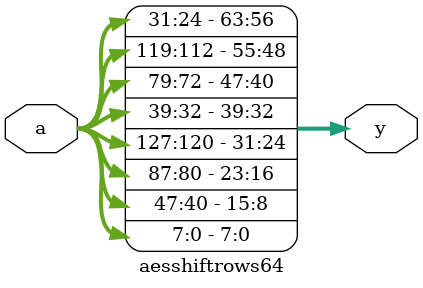
<source format=sv>

module aesshiftrows64(
   /* verilator lint_off UNUSEDSIGNAL */
   input  logic [127:0] a,
   /* verilator lint_on UNUSEDSIGNAL */
   output logic [63:0] y
);

   assign y = {a[31:24],   a[119:112], a[79:72],   a[39:32],
               a[127:120], a[87:80],   a[47:40],   a[7:0]};
endmodule

</source>
